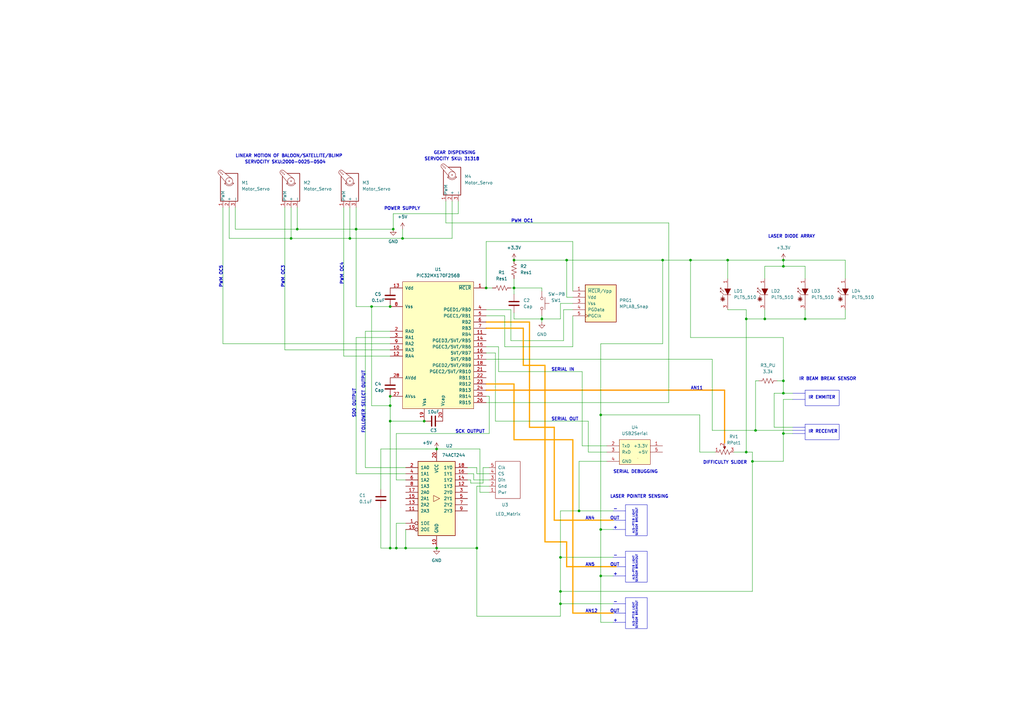
<source format=kicad_sch>
(kicad_sch (version 20230121) (generator eeschema)
  (paper "A3")
  (title_block (title "ME218A PROJECT") (date "2025-11-10") (rev "03") (company "STANFORD") (comment 1 "DRAFTED : KARTHI24"))
  (lib_symbols
    (symbol "Diode_Laser:PLT5_510" (pin_names (offset 1.016) hide)
      (property "Reference" "LD" (at -1.27 4.445 0))
      (property "Value" "PLT5_510" (at -1.27 -2.54 0))
      (symbol "PLT5_510_0_1"
        (polyline (pts (xy -4.064 1.27) (xy -2.54 2.794)))
        (polyline (pts (xy -4.064 1.778) (xy -2.54 2.286)))
        (polyline (pts (xy -4.064 2.286) (xy -2.54 1.778)))
        (polyline (pts (xy -4.064 2.794) (xy -2.54 1.27)))
        (polyline (pts (xy -3.556 2.794) (xy -3.048 1.27)))
        (polyline (pts (xy -3.302 2.032) (xy -3.302 1.016)))
        (polyline (pts (xy -3.302 2.032) (xy -3.302 3.048)))
        (polyline (pts (xy -3.048 2.794) (xy -3.556 1.27)))
        (polyline (pts (xy -1.778 2.032) (xy -4.318 2.032)))
        (polyline (pts (xy -1.524 1.27) (xy -1.524 -1.27)) (stroke (width 0.1524)))
        (polyline (pts (xy 1.27 3.048) (xy 0.762 3.048)))
        (polyline (pts (xy 2.54 0) (xy -5.08 0)))
        (polyline (pts (xy -0.254 1.524) (xy 1.27 3.048) (xy 1.27 2.54)))
        (polyline (pts (xy 1.016 1.27) (xy -1.524 0) (xy 1.016 -1.27)) (fill (type outline)))
        (polyline (pts (xy -1.524 1.524) (xy 0 3.048) (xy 0 2.54) (xy 0 3.048) (xy -0.508 3.048)))
      )
      (symbol "PLT5_510_1_1"
        (pin passive line (at 5.08 0 180) (length 2.54) (name "A") (number "1"))
        (pin no_connect line (at -1.27 0 0) (length 2.54) hide (name "NC") (number "2"))
        (pin passive line (at -7.62 0 0) (length 2.54) (name "C") (number "3"))
      )
    )
    (symbol "ME218_BaseLib:74xxx244" (pin_names (offset 1.016))
      (property "Reference" "U" (at -7.62 16.51 0))
      (property "Value" "74xxx244" (at -7.62 -16.51 0))
      (symbol "74xxx244_1_0"
        (polyline (pts (xy 1.27 0) (xy -1.27 1.27) (xy -1.27 -1.27) (xy 1.27 0)) (stroke (width 0.1524)))
        (pin input inverted (at -12.7 -10.16 0) (length 5.08) (name "1OE") (number "1"))
        (pin power_in line (at 0 -20.32 90) (length 5.08) (name "GND") (number "10"))
        (pin input line (at -12.7 -5.08 0) (length 5.08) (name "2A3") (number "11"))
        (pin output line (at 12.7 5.08 180) (length 5.08) (name "1Y3") (number "12"))
        (pin input line (at -12.7 -2.54 0) (length 5.08) (name "2A2") (number "13"))
        (pin output line (at 12.7 7.62 180) (length 5.08) (name "1Y2") (number "14"))
        (pin input line (at -12.7 0 0) (length 5.08) (name "2A1") (number "15"))
        (pin output line (at 12.7 10.16 180) (length 5.08) (name "1Y1") (number "16"))
        (pin input line (at -12.7 2.54 0) (length 5.08) (name "2A0") (number "17"))
        (pin output line (at 12.7 12.7 180) (length 5.08) (name "1Y0") (number "18"))
        (pin input inverted (at -12.7 -12.7 0) (length 5.08) (name "2OE") (number "19"))
        (pin input line (at -12.7 12.7 0) (length 5.08) (name "1A0") (number "2"))
        (pin power_in line (at 0 20.32 270) (length 5.08) (name "VCC") (number "20"))
        (pin output line (at 12.7 2.54 180) (length 5.08) (name "2Y0") (number "3"))
        (pin input line (at -12.7 10.16 0) (length 5.08) (name "1A1") (number "4"))
        (pin output line (at 12.7 0 180) (length 5.08) (name "2Y1") (number "5"))
        (pin input line (at -12.7 7.62 0) (length 5.08) (name "1A2") (number "6"))
        (pin output line (at 12.7 -2.54 180) (length 5.08) (name "2Y2") (number "7"))
        (pin input line (at -12.7 5.08 0) (length 5.08) (name "1A3") (number "8"))
        (pin output line (at 12.7 -5.08 180) (length 5.08) (name "2Y3") (number "9"))
      )
      (symbol "74xxx244_1_1"
        (rectangle (start -7.62 15.24) (end 7.62 -15.24) (stroke (width 0.254)) (fill (type background)))
      )
    )
    (symbol "ME218_BaseLib:Cap" (pin_numbers hide) (pin_names (offset 0.254))
      (property "Reference" "C" (at 0.635 2.54 0))
      (property "Value" "Cap" (at 0.635 -2.54 0))
      (symbol "Cap_0_1"
        (polyline (pts (xy -2.032 -0.762) (xy 2.032 -0.762)) (stroke (width 0.508)))
        (polyline (pts (xy -2.032 0.762) (xy 2.032 0.762)) (stroke (width 0.508)))
      )
      (symbol "Cap_1_1"
        (pin passive line (at 0 3.81 270) (length 2.794) (name "~") (number "1"))
        (pin passive line (at 0 -3.81 90) (length 2.794) (name "~") (number "2"))
      )
    )
    (symbol "ME218_BaseLib:LED_Matrix" (pin_names (offset 1.016))
      (property "Reference" "U" (at 1.27 17.78 0))
      (property "Value" "LED_Matrix" (at 5.08 0 0))
      (symbol "LED_Matrix_0_1"
        (rectangle (start 0 16.51) (end 10.16 1.27))
      )
      (symbol "LED_Matrix_1_1"
        (pin power_in line (at 12.7 13.97 180) (length 2.54) (name "Pwr") (number "1"))
        (pin power_in line (at 12.7 11.43 180) (length 2.54) (name "Gnd") (number "2"))
        (pin input line (at 12.7 8.89 180) (length 2.54) (name "Din") (number "3"))
        (pin input line (at 12.7 6.35 180) (length 2.54) (name "CS") (number "4"))
        (pin input line (at 12.7 3.81 180) (length 2.54) (name "Clk") (number "5"))
      )
    )
    (symbol "ME218_BaseLib:MPLAB_Snap" (pin_names (offset 1.016))
      (property "Reference" "PRG" (at 0 8.89 0))
      (property "Value" "MPLAB_Snap" (at 8.89 1.27 90))
      (symbol "MPLAB_Snap_0_1"
        (rectangle (start -6.35 7.62) (end 6.35 -7.62) (stroke (width 0.254)) (fill (type background)))
      )
      (symbol "MPLAB_Snap_1_1"
        (pin output line (at -11.43 5.08 0) (length 5.08) (name "~{MCLR}/Vpp") (number "1"))
        (pin input line (at -11.43 2.54 0) (length 5.08) (name "Vdd") (number "2"))
        (pin input line (at -11.43 0 0) (length 5.08) (name "Vss") (number "3"))
        (pin bidirectional line (at -11.43 -2.54 0) (length 5.08) (name "PGData") (number "4"))
        (pin output clock (at -11.43 -5.08 0) (length 5.08) (name "PGClk") (number "5"))
        (pin no_connect line (at -2.54 -11.43 0) (length 5.08) hide (name "NC") (number "6"))
        (pin no_connect line (at -2.54 -13.97 0) (length 5.08) hide (name "NC") (number "7"))
        (pin no_connect line (at -2.54 -16.51 0) (length 5.08) hide (name "NC") (number "8"))
      )
    )
    (symbol "ME218_BaseLib:Motor_Servo" (pin_names (offset 0.0254))
      (property "Reference" "M" (at -5.08 4.445 0))
      (property "Value" "Motor_Servo" (at -5.08 -4.064 0))
      (symbol "Motor_Servo_0_1"
        (polyline (pts (xy 2.413 -1.778) (xy 2.032 -1.778)))
        (polyline (pts (xy 2.413 -1.778) (xy 2.286 -1.397)))
        (polyline (pts (xy 2.413 1.778) (xy 1.905 1.778)))
        (polyline (pts (xy 2.413 1.778) (xy 2.286 1.397)))
        (polyline (pts (xy 6.35 4.445) (xy 2.54 1.27)))
        (polyline (pts (xy 7.62 3.175) (xy 4.191 -1.016)))
        (polyline (pts (xy 5.08 3.556) (xy -5.08 3.556) (xy -5.08 -3.556) (xy 6.35 -3.556) (xy 6.35 1.524)) (stroke (width 0.254)))
        (arc (start 2.413 1.778) (mid 1.2406 0) (end 2.413 -1.778))
        (circle (center 3.175 0) (radius 0.1778))
        (circle (center 3.175 0) (radius 1.4224))
        (circle (center 5.969 2.794) (radius 0.127))
        (circle (center 6.477 3.302) (radius 0.127))
        (circle (center 6.985 3.81) (radius 0.127))
        (arc (start 7.62 3.175) (mid 7.4485 4.2735) (end 6.35 4.445))
      )
      (symbol "Motor_Servo_1_1"
        (pin passive line (at -7.62 2.54 0) (length 2.54) (name "PWM") (number "1"))
        (pin passive line (at -7.62 0 0) (length 2.54) (name "+") (number "2"))
        (pin passive line (at -7.62 -2.54 0) (length 2.54) (name "-") (number "3"))
      )
    )
    (symbol "ME218_BaseLib:PIC32MX170F256B" (pin_names (offset 1.016))
      (property "Reference" "U" (at -20.32 25.4 0))
      (property "Value" "PIC32MX170F256B" (at -7.62 25.4 0))
      (symbol "PIC32MX170F256B_0_1"
        (rectangle (start -21.59 24.13) (end 7.62 -27.94) (fill (type background)))
      )
      (symbol "PIC32MX170F256B_1_1"
        (pin input line (at 12.7 21.59 180) (length 5.08) (name "~{MCLR}") (number "1"))
        (pin bidirectional line (at -26.67 -3.81 0) (length 5.08) (name "RA3") (number "10"))
        (pin bidirectional line (at 12.7 2.54 180) (length 5.08) (name "RB4") (number "11"))
        (pin bidirectional line (at -26.67 -6.35 0) (length 5.08) (name "RA4") (number "12"))
        (pin power_in line (at -26.67 21.59 0) (length 5.08) (name "Vdd") (number "13"))
        (pin bidirectional line (at 12.7 0 180) (length 5.08) (name "PGED3/5VT/RB5") (number "14"))
        (pin bidirectional line (at 12.7 -2.54 180) (length 5.08) (name "PGEC3/5VT/RB6") (number "15"))
        (pin bidirectional line (at 12.7 -5.08 180) (length 5.08) (name "5VT/RB7") (number "16"))
        (pin bidirectional line (at 12.7 -7.62 180) (length 5.08) (name "5VT/RB8") (number "17"))
        (pin bidirectional line (at 12.7 -10.16 180) (length 5.08) (name "PGED2/5VT/RB9") (number "18"))
        (pin power_in line (at -12.7 -33.02 90) (length 5.08) (name "Vss") (number "19"))
        (pin bidirectional line (at -26.67 3.81 0) (length 5.08) (name "RA0") (number "2"))
        (pin input line (at -5.08 -33.02 90) (length 5.08) (name "Vcap") (number "20"))
        (pin bidirectional line (at 12.7 -12.7 180) (length 5.08) (name "PGEC2/5VT/RB10") (number "21"))
        (pin bidirectional line (at 12.7 -15.24 180) (length 5.08) (name "RB11") (number "22"))
        (pin bidirectional line (at 12.7 -17.78 180) (length 5.08) (name "RB12") (number "23"))
        (pin bidirectional line (at 12.7 -20.32 180) (length 5.08) (name "RB13") (number "24"))
        (pin bidirectional line (at 12.7 -22.86 180) (length 5.08) (name "RB14") (number "25"))
        (pin bidirectional line (at 12.7 -25.4 180) (length 5.08) (name "RB15") (number "26"))
        (pin power_in line (at -26.67 -22.86 0) (length 5.08) (name "AVss") (number "27"))
        (pin power_in line (at -26.67 -15.24 0) (length 5.08) (name "AVdd") (number "28"))
        (pin bidirectional line (at -26.67 1.27 0) (length 5.08) (name "RA1") (number "3"))
        (pin bidirectional line (at 12.7 12.7 180) (length 5.08) (name "PGED1/RB0") (number "4"))
        (pin bidirectional line (at 12.7 10.16 180) (length 5.08) (name "PGEC1/RB1") (number "5"))
        (pin bidirectional line (at 12.7 7.62 180) (length 5.08) (name "RB2") (number "6"))
        (pin bidirectional line (at 12.7 5.08 180) (length 5.08) (name "RB3") (number "7"))
        (pin power_in line (at -26.67 13.97 0) (length 5.08) (name "Vss") (number "8"))
        (pin bidirectional line (at -26.67 -1.27 0) (length 5.08) (name "RA2") (number "9"))
      )
    )
    (symbol "ME218_BaseLib:RPot1" (pin_names (offset 1.016) hide)
      (property "Reference" "RV" (at -4.445 0 90))
      (property "Value" "RPot1" (at -2.54 0 90))
      (symbol "RPot1_0_1"
        (polyline (pts (xy 0 -2.286) (xy 0 -2.54)))
        (polyline (pts (xy 0 2.54) (xy 0 2.286)))
        (polyline (pts (xy 2.54 0) (xy 1.524 0)))
        (polyline (pts (xy 1.143 0) (xy 2.286 0.508) (xy 2.286 -0.508) (xy 1.143 0)) (fill (type outline)))
        (polyline (pts (xy 0 -0.762) (xy 1.016 -1.143) (xy 0 -1.524) (xy -1.016 -1.905) (xy 0 -2.286)))
        (polyline (pts (xy 0 0.762) (xy 1.016 0.381) (xy 0 0) (xy -1.016 -0.381) (xy 0 -0.762)))
        (polyline (pts (xy 0 2.286) (xy 1.016 1.905) (xy 0 1.524) (xy -1.016 1.143) (xy 0 0.762)))
      )
      (symbol "RPot1_1_1"
        (pin passive line (at 0 3.81 270) (length 1.27) (name "1") (number "1"))
        (pin passive line (at 3.81 0 180) (length 1.27) (name "2") (number "2"))
        (pin passive line (at 0 -3.81 90) (length 1.27) (name "3") (number "3"))
      )
    )
    (symbol "ME218_BaseLib:Res1" (pin_numbers hide) (pin_names (offset 0))
      (property "Reference" "R" (at 2.54 0 90))
      (property "Value" "Res1" (at -2.54 0 90))
      (symbol "Res1_0_1"
        (polyline (pts (xy 0 -2.286) (xy 0 -2.54)))
        (polyline (pts (xy 0 2.286) (xy 0 2.54)))
        (polyline (pts (xy 0 -0.762) (xy 1.016 -1.143) (xy 0 -1.524) (xy -1.016 -1.905) (xy 0 -2.286)))
        (polyline (pts (xy 0 0.762) (xy 1.016 0.381) (xy 0 0) (xy -1.016 -0.381) (xy 0 -0.762)))
        (polyline (pts (xy 0 2.286) (xy 1.016 1.905) (xy 0 1.524) (xy -1.016 1.143) (xy 0 0.762)))
      )
      (symbol "Res1_1_1"
        (pin passive line (at 0 3.81 270) (length 1.27) (name "~") (number "1"))
        (pin passive line (at 0 -3.81 90) (length 1.27) (name "~") (number "2"))
      )
    )
    (symbol "ME218_BaseLib:SW-PB" (pin_numbers hide) (pin_names (offset 1.016) hide)
      (property "Reference" "SW" (at 1.27 2.54 0))
      (property "Value" "SW-PB" (at 0 -1.524 0))
      (symbol "SW-PB_0_1"
        (circle (center -2.032 0) (radius 0.508))
        (polyline (pts (xy 0 1.27) (xy 0 3.048)))
        (polyline (pts (xy 2.54 1.27) (xy -2.54 1.27)))
        (circle (center 2.032 0) (radius 0.508))
        (pin passive line (at -5.08 0 0) (length 2.54) (name "1") (number "1"))
        (pin passive line (at 5.08 0 180) (length 2.54) (name "2") (number "2"))
      )
    )
    (symbol "ME218_BaseLib:USB2Serial" (pin_names (offset 1.016))
      (property "Reference" "U" (at 0 5.08 0))
      (property "Value" "USB2Serial" (at 0 -8.89 0))
      (symbol "USB2Serial_0_1"
        (rectangle (start -3.81 2.54) (end 8.89 -7.62) (fill (type background)))
        (rectangle (start 3.81 -5.08) (end 3.81 -5.08))
      )
      (symbol "USB2Serial_1_1"
        (pin power_out line (at 13.97 0 180) (length 5.08) (name "+3.3V") (number "1"))
        (pin output line (at -8.89 0 0) (length 5.08) (name "TxD") (number "2"))
        (pin input line (at -8.89 -2.54 0) (length 5.08) (name "RxD") (number "3"))
        (pin power_in line (at -8.89 -6.35 0) (length 5.08) (name "GND") (number "4"))
        (pin power_out line (at 13.97 -2.54 180) (length 5.08) (name "+5V") (number "5"))
      )
    )
    (symbol "power:+3.3V" (power) (pin_names (offset 0))
      (property "Value" "+3.3V" (at 0 3.556 0))
      (symbol "+3.3V_0_1"
        (polyline (pts (xy -0.762 1.27) (xy 0 2.54)))
        (polyline (pts (xy 0 0) (xy 0 2.54)))
        (polyline (pts (xy 0 2.54) (xy 0.762 1.27)))
      )
      (symbol "+3.3V_1_1"
        (pin power_in line (at 0 0 90) (length 0) hide (name "+3.3V") (number "1"))
      )
    )
    (symbol "power:+5V" (power) (pin_names (offset 0))
      (property "Value" "+5V" (at 0 3.556 0))
      (symbol "+5V_0_1"
        (polyline (pts (xy -0.762 1.27) (xy 0 2.54)))
        (polyline (pts (xy 0 0) (xy 0 2.54)))
        (polyline (pts (xy 0 2.54) (xy 0.762 1.27)))
      )
      (symbol "+5V_1_1"
        (pin power_in line (at 0 0 90) (length 0) hide (name "+5V") (number "1"))
      )
    )
    (symbol "power:GND" (power) (pin_names (offset 0))
      (property "Value" "GND" (at 0 -3.81 0))
      (symbol "GND_0_1"
        (polyline (pts (xy 0 0) (xy 0 -1.27) (xy 1.27 -1.27) (xy 0 -2.54) (xy -1.27 -1.27) (xy 0 -1.27)))
      )
      (symbol "GND_1_1"
        (pin power_in line (at 0 0 270) (length 0) hide (name "GND") (number "1"))
      )
    )
  )
  (junction (at 246.38 170.18))
  (junction (at 321.31 156.21))
  (junction (at 195.58 224.79))
  (junction (at 160.02 166.37))
  (junction (at 246.38 236.22))
  (junction (at 143.51 97.79))
  (junction (at 229.87 228.6))
  (junction (at 283.21 106.68))
  (junction (at 161.29 93.98))
  (junction (at 166.37 224.79))
  (junction (at 321.31 161.29))
  (junction (at 321.31 109.22))
  (junction (at 119.38 97.79))
  (junction (at 165.1 97.79))
  (junction (at 179.07 224.79))
  (junction (at 232.41 106.68))
  (junction (at 271.78 106.68))
  (junction (at 330.2 130.81))
  (junction (at 160.02 125.73))
  (junction (at 146.05 93.98))
  (junction (at 160.02 172.72))
  (junction (at 229.87 242.57))
  (junction (at 152.4 125.73))
  (junction (at 306.07 130.81))
  (junction (at 210.82 106.68))
  (junction (at 313.69 130.81))
  (junction (at 306.07 185.42))
  (junction (at 199.39 118.11))
  (junction (at 222.25 130.81))
  (junction (at 309.88 176.53))
  (junction (at 229.87 247.65))
  (junction (at 237.49 209.55))
  (junction (at 173.99 172.72))
  (junction (at 308.61 189.23))
  (junction (at 121.92 93.98))
  (junction (at 160.02 162.56))
  (junction (at 160.02 224.79))
  (junction (at 246.38 217.17))
  (junction (at 298.45 106.68))
  (junction (at 210.82 118.11))
  (junction (at 179.07 184.15))
  (junction (at 162.56 224.79))
  (junction (at 321.31 106.68))
  (junction (at 321.31 177.8))
  (wire (pts (xy 152.4 166.37) (xy 160.02 166.37)))
  (wire (pts (xy 308.61 185.42) (xy 308.61 189.23)))
  (polyline (pts (xy 251.46 232.41) (xy 252.73 232.41)))
  (wire (pts (xy 231.14 127) (xy 231.14 139.7)))
  (wire (pts (xy 160.02 166.37) (xy 160.02 172.72)))
  (wire (pts (xy 274.32 91.44) (xy 182.88 91.44)))
  (wire (pts (xy 199.39 99.06) (xy 199.39 118.11)))
  (polyline (pts (xy 325.12 161.29) (xy 330.2 161.29)))
  (wire (pts (xy 321.31 106.68) (xy 346.71 106.68)))
  (wire (pts (xy 160.02 135.89) (xy 149.86 135.89)))
  (wire (pts (xy 298.45 106.68) (xy 298.45 114.3)))
  (wire (pts (xy 116.84 143.51) (xy 116.84 85.09)))
  (wire (pts (xy 162.56 196.85) (xy 166.37 196.85)))
  (wire (pts (xy 287.02 170.18) (xy 246.38 170.18)))
  (polyline (pts (xy 251.46 213.36) (xy 252.73 213.36)))
  (wire (pts (xy 182.88 91.44) (xy 182.88 82.55)))
  (wire (pts (xy 238.76 182.88) (xy 238.76 152.4)))
  (wire (pts (xy 96.52 93.98) (xy 96.52 85.09)))
  (wire (pts (xy 193.04 198.12) (xy 198.12 198.12)))
  (wire (pts (xy 162.56 177.8) (xy 162.56 196.85)))
  (wire (pts (xy 246.38 255.27) (xy 251.46 255.27)))
  (wire (pts (xy 325.12 176.53) (xy 309.88 176.53)))
  (wire (pts (xy 193.04 196.85) (xy 191.77 196.85)))
  (wire (pts (xy 321.31 138.43) (xy 283.21 138.43)))
  (wire (pts (xy 194.31 196.85) (xy 194.31 194.31)))
  (wire (pts (xy 229.87 247.65) (xy 251.46 247.65)))
  (wire (pts (xy 287.02 185.42) (xy 287.02 170.18)))
  (wire (pts (xy 321.31 109.22) (xy 321.31 106.68)))
  (wire (pts (xy 297.18 181.61) (xy 297.18 160.02)) (stroke (width 0.5) (color 255 153 0 1)))
  (wire (pts (xy 195.58 199.39) (xy 195.58 224.79)))
  (wire (pts (xy 292.1 176.53) (xy 292.1 147.32)))
  (wire (pts (xy 251.46 213.36) (xy 227.33 213.36)) (stroke (width 0.5) (color 255 166 0 1)))
  (wire (pts (xy 160.02 143.51) (xy 116.84 143.51)))
  (wire (pts (xy 200.66 196.85) (xy 194.31 196.85)))
  (wire (pts (xy 229.87 228.6) (xy 251.46 228.6)))
  (wire (pts (xy 306.07 130.81) (xy 306.07 127)))
  (wire (pts (xy 203.2 172.72) (xy 203.2 144.78)))
  (wire (pts (xy 214.63 149.86) (xy 223.52 149.86)) (stroke (width 0.5) (color 255 166 0 1)))
  (wire (pts (xy 203.2 144.78) (xy 199.39 144.78)))
  (wire (pts (xy 229.87 130.81) (xy 222.25 130.81)))
  (wire (pts (xy 160.02 172.72) (xy 173.99 172.72)))
  (wire (pts (xy 121.92 93.98) (xy 96.52 93.98)))
  (wire (pts (xy 160.02 172.72) (xy 160.02 224.79)))
  (wire (pts (xy 199.39 129.54) (xy 207.01 129.54)))
  (wire (pts (xy 234.95 127) (xy 231.14 127)))
  (wire (pts (xy 238.76 152.4) (xy 204.47 152.4)))
  (wire (pts (xy 185.42 82.55) (xy 185.42 97.79)))
  (wire (pts (xy 195.58 252.73) (xy 195.58 224.79)))
  (wire (pts (xy 251.46 251.46) (xy 234.95 251.46)) (stroke (width 0.5) (color 255 166 0 1)))
  (wire (pts (xy 161.29 87.63) (xy 187.96 87.63)))
  (wire (pts (xy 162.56 224.79) (xy 166.37 224.79)))
  (wire (pts (xy 149.86 191.77) (xy 166.37 191.77)))
  (wire (pts (xy 210.82 106.68) (xy 232.41 106.68)))
  (wire (pts (xy 166.37 224.79) (xy 179.07 224.79)))
  (wire (pts (xy 241.3 172.72) (xy 241.3 185.42)))
  (wire (pts (xy 229.87 228.6) (xy 229.87 242.57)))
  (wire (pts (xy 210.82 114.3) (xy 210.82 118.11)))
  (wire (pts (xy 146.05 125.73) (xy 152.4 125.73)))
  (wire (pts (xy 222.25 130.81) (xy 222.25 132.08)))
  (polyline (pts (xy 325.12 175.26) (xy 330.2 175.26)))
  (wire (pts (xy 207.01 142.24) (xy 234.95 142.24)))
  (wire (pts (xy 251.46 236.22) (xy 246.38 236.22)))
  (wire (pts (xy 209.55 127) (xy 199.39 127)))
  (wire (pts (xy 227.33 213.36) (xy 227.33 175.26)) (stroke (width 0.5) (color 255 166 0 1)))
  (wire (pts (xy 229.87 124.46) (xy 229.87 130.81)))
  (wire (pts (xy 223.52 149.86) (xy 223.52 222.25)) (stroke (width 0.5) (color 255 166 0 1)))
  (wire (pts (xy 313.69 130.81) (xy 313.69 127)))
  (wire (pts (xy 271.78 106.68) (xy 232.41 106.68)))
  (wire (pts (xy 217.17 132.08) (xy 199.39 132.08)) (stroke (width 0.5) (color 255 166 0 1)))
  (wire (pts (xy 166.37 217.17) (xy 166.37 224.79)))
  (wire (pts (xy 91.44 140.97) (xy 160.02 140.97)))
  (wire (pts (xy 229.87 209.55) (xy 229.87 228.6)))
  (wire (pts (xy 251.46 209.55) (xy 237.49 209.55)))
  (wire (pts (xy 317.5 161.29) (xy 317.5 175.26)))
  (polyline (pts (xy 251.46 228.6) (xy 256.54 228.6)))
  (wire (pts (xy 210.82 130.81) (xy 222.25 130.81)))
  (polyline (pts (xy 325.12 176.53) (xy 330.2 176.53)))
  (wire (pts (xy 146.05 93.98) (xy 146.05 125.73)))
  (wire (pts (xy 119.38 85.09) (xy 119.38 97.79)))
  (wire (pts (xy 234.95 99.06) (xy 199.39 99.06)))
  (wire (pts (xy 306.07 185.42) (xy 306.07 130.81)))
  (wire (pts (xy 152.4 125.73) (xy 152.4 166.37)))
  (wire (pts (xy 234.95 251.46) (xy 234.95 180.34)) (stroke (width 0.5) (color 255 166 0 1)))
  (wire (pts (xy 248.92 182.88) (xy 238.76 182.88)))
  (wire (pts (xy 321.31 189.23) (xy 308.61 189.23)))
  (wire (pts (xy 210.82 118.11) (xy 222.25 118.11)))
  (wire (pts (xy 199.39 134.62) (xy 214.63 134.62)) (stroke (width 0.5) (color 255 166 0 1)))
  (wire (pts (xy 146.05 93.98) (xy 161.29 93.98)))
  (wire (pts (xy 317.5 175.26) (xy 325.12 175.26)))
  (wire (pts (xy 227.33 175.26) (xy 217.17 175.26)) (stroke (width 0.5) (color 255 166 0 1)))
  (wire (pts (xy 300.99 185.42) (xy 306.07 185.42)))
  (wire (pts (xy 237.49 209.55) (xy 229.87 209.55)))
  (wire (pts (xy 200.66 201.93) (xy 196.85 201.93)))
  (wire (pts (xy 156.21 224.79) (xy 160.02 224.79)))
  (wire (pts (xy 210.82 118.11) (xy 210.82 120.65)))
  (wire (pts (xy 283.21 106.68) (xy 298.45 106.68)))
  (wire (pts (xy 146.05 194.31) (xy 166.37 194.31)))
  (wire (pts (xy 318.77 156.21) (xy 321.31 156.21)))
  (polyline (pts (xy 252.73 232.41) (xy 256.54 232.41)))
  (wire (pts (xy 199.39 157.48) (xy 210.82 157.48)) (stroke (width 0.5) (color 255 166 0 1)))
  (wire (pts (xy 140.97 146.05) (xy 160.02 146.05)))
  (wire (pts (xy 204.47 152.4) (xy 204.47 142.24)))
  (wire (pts (xy 93.98 97.79) (xy 93.98 85.09)))
  (wire (pts (xy 156.21 184.15) (xy 156.21 200.66)))
  (wire (pts (xy 160.02 138.43) (xy 146.05 138.43)))
  (wire (pts (xy 251.46 217.17) (xy 246.38 217.17)))
  (wire (pts (xy 229.87 242.57) (xy 229.87 247.65)))
  (wire (pts (xy 234.95 119.38) (xy 234.95 99.06)))
  (wire (pts (xy 156.21 208.28) (xy 156.21 224.79)))
  (wire (pts (xy 143.51 97.79) (xy 119.38 97.79)))
  (wire (pts (xy 321.31 161.29) (xy 325.12 161.29)))
  (wire (pts (xy 191.77 191.77) (xy 195.58 191.77)))
  (wire (pts (xy 210.82 128.27) (xy 210.82 130.81)))
  (wire (pts (xy 241.3 172.72) (xy 203.2 172.72)))
  (wire (pts (xy 321.31 161.29) (xy 317.5 161.29)))
  (wire (pts (xy 330.2 130.81) (xy 330.2 127)))
  (wire (pts (xy 200.66 191.77) (xy 198.12 191.77)))
  (wire (pts (xy 271.78 140.97) (xy 271.78 106.68)))
  (polyline (pts (xy 251.46 251.46) (xy 252.73 251.46)))
  (wire (pts (xy 146.05 93.98) (xy 146.05 85.09)))
  (wire (pts (xy 241.3 185.42) (xy 248.92 185.42)))
  (wire (pts (xy 321.31 163.83) (xy 321.31 177.8)))
  (wire (pts (xy 306.07 185.42) (xy 308.61 185.42)))
  (wire (pts (xy 274.32 165.1) (xy 199.39 165.1)))
  (wire (pts (xy 162.56 214.63) (xy 162.56 224.79)))
  (wire (pts (xy 166.37 214.63) (xy 162.56 214.63)))
  (wire (pts (xy 179.07 184.15) (xy 156.21 184.15)))
  (wire (pts (xy 140.97 85.09) (xy 140.97 146.05)))
  (wire (pts (xy 91.44 85.09) (xy 91.44 140.97)))
  (polyline (pts (xy 251.46 217.17) (xy 256.54 217.17)))
  (wire (pts (xy 292.1 147.32) (xy 199.39 147.32)))
  (wire (pts (xy 346.71 130.81) (xy 346.71 127)))
  (wire (pts (xy 309.88 156.21) (xy 311.15 156.21)))
  (wire (pts (xy 234.95 142.24) (xy 234.95 129.54)))
  (wire (pts (xy 330.2 114.3) (xy 330.2 109.22)))
  (wire (pts (xy 309.88 176.53) (xy 292.1 176.53)))
  (wire (pts (xy 330.2 130.81) (xy 346.71 130.81)))
  (polyline (pts (xy 251.46 255.27) (xy 256.54 255.27)))
  (wire (pts (xy 146.05 138.43) (xy 146.05 194.31)))
  (wire (pts (xy 195.58 191.77) (xy 195.58 194.31)))
  (polyline (pts (xy 325.12 177.8) (xy 330.2 177.8)))
  (polyline (pts (xy 251.46 236.22) (xy 256.54 236.22)))
  (wire (pts (xy 200.66 177.8) (xy 162.56 177.8)))
  (wire (pts (xy 149.86 135.89) (xy 149.86 191.77)))
  (wire (pts (xy 325.12 163.83) (xy 321.31 163.83)))
  (wire (pts (xy 231.14 139.7) (xy 209.55 139.7)))
  (wire (pts (xy 195.58 224.79) (xy 179.07 224.79)))
  (wire (pts (xy 161.29 87.63) (xy 161.29 93.98)))
  (wire (pts (xy 214.63 134.62) (xy 214.63 149.86)) (stroke (width 0.5) (color 255 166 0 1)))
  (wire (pts (xy 179.07 184.15) (xy 196.85 184.15)))
  (wire (pts (xy 200.66 162.56) (xy 200.66 177.8)))
  (wire (pts (xy 160.02 162.56) (xy 160.02 166.37)))
  (wire (pts (xy 313.69 109.22) (xy 321.31 109.22)))
  (wire (pts (xy 246.38 170.18) (xy 246.38 140.97)))
  (wire (pts (xy 222.25 118.11) (xy 222.25 119.38)))
  (wire (pts (xy 121.92 93.98) (xy 121.92 85.09)))
  (wire (pts (xy 246.38 236.22) (xy 246.38 255.27)))
  (wire (pts (xy 209.55 139.7) (xy 209.55 127)))
  (wire (pts (xy 204.47 142.24) (xy 199.39 142.24)))
  (wire (pts (xy 198.12 191.77) (xy 198.12 198.12)))
  (wire (pts (xy 222.25 129.54) (xy 222.25 130.81)))
  (wire (pts (xy 193.04 198.12) (xy 193.04 196.85)))
  (wire (pts (xy 306.07 130.81) (xy 313.69 130.81)))
  (wire (pts (xy 271.78 106.68) (xy 283.21 106.68)))
  (wire (pts (xy 313.69 130.81) (xy 330.2 130.81)))
  (wire (pts (xy 119.38 97.79) (xy 93.98 97.79)))
  (wire (pts (xy 223.52 222.25) (xy 232.41 222.25)) (stroke (width 0.5) (color 255 166 0 1)))
  (wire (pts (xy 152.4 125.73) (xy 160.02 125.73)))
  (wire (pts (xy 232.41 222.25) (xy 232.41 232.41)) (stroke (width 0.5) (color 255 166 0 1)))
  (wire (pts (xy 143.51 97.79) (xy 165.1 97.79)))
  (wire (pts (xy 246.38 170.18) (xy 246.38 217.17)))
  (wire (pts (xy 143.51 85.09) (xy 143.51 97.79)))
  (wire (pts (xy 229.87 247.65) (xy 229.87 252.73)))
  (wire (pts (xy 234.95 180.34) (xy 210.82 180.34)) (stroke (width 0.5) (color 255 166 0 1)))
  (wire (pts (xy 185.42 97.79) (xy 165.1 97.79)))
  (wire (pts (xy 321.31 106.68) (xy 298.45 106.68)))
  (wire (pts (xy 232.41 106.68) (xy 232.41 121.92)))
  (wire (pts (xy 146.05 93.98) (xy 121.92 93.98)))
  (wire (pts (xy 207.01 129.54) (xy 207.01 142.24)))
  (wire (pts (xy 210.82 118.11) (xy 209.55 118.11)))
  (wire (pts (xy 199.39 118.11) (xy 201.93 118.11)))
  (wire (pts (xy 248.92 189.23) (xy 237.49 189.23)))
  (wire (pts (xy 234.95 124.46) (xy 229.87 124.46)))
  (wire (pts (xy 309.88 176.53) (xy 309.88 156.21)))
  (polyline (pts (xy 252.73 251.46) (xy 256.54 251.46)))
  (wire (pts (xy 237.49 189.23) (xy 237.49 209.55)))
  (wire (pts (xy 160.02 224.79) (xy 162.56 224.79)))
  (polyline (pts (xy 325.12 163.83) (xy 330.2 163.83)))
  (wire (pts (xy 196.85 201.93) (xy 196.85 184.15)))
  (wire (pts (xy 187.96 82.55) (xy 187.96 87.63)))
  (wire (pts (xy 232.41 232.41) (xy 252.73 232.41)) (stroke (width 0.5) (color 255 166 0 1)))
  (wire (pts (xy 306.07 127) (xy 298.45 127)))
  (wire (pts (xy 195.58 194.31) (xy 200.66 194.31)))
  (wire (pts (xy 308.61 242.57) (xy 229.87 242.57)))
  (wire (pts (xy 217.17 175.26) (xy 217.17 132.08)) (stroke (width 0.5) (color 255 166 0 1)))
  (polyline (pts (xy 251.46 209.55) (xy 256.54 209.55)))
  (wire (pts (xy 229.87 252.73) (xy 195.58 252.73)))
  (wire (pts (xy 283.21 138.43) (xy 283.21 106.68)))
  (wire (pts (xy 293.37 185.42) (xy 287.02 185.42)))
  (wire (pts (xy 274.32 91.44) (xy 274.32 165.1)))
  (wire (pts (xy 246.38 140.97) (xy 271.78 140.97)))
  (wire (pts (xy 199.39 162.56) (xy 200.66 162.56)))
  (wire (pts (xy 308.61 189.23) (xy 308.61 242.57)))
  (wire (pts (xy 330.2 109.22) (xy 321.31 109.22)))
  (wire (pts (xy 210.82 180.34) (xy 210.82 157.48)) (stroke (width 0.5) (color 255 166 0 1)))
  (wire (pts (xy 200.66 199.39) (xy 195.58 199.39)))
  (wire (pts (xy 346.71 106.68) (xy 346.71 114.3)))
  (wire (pts (xy 321.31 177.8) (xy 321.31 189.23)))
  (wire (pts (xy 321.31 177.8) (xy 325.12 177.8)))
  (wire (pts (xy 232.41 121.92) (xy 234.95 121.92)))
  (wire (pts (xy 191.77 194.31) (xy 194.31 194.31)))
  (wire (pts (xy 313.69 114.3) (xy 313.69 109.22)))
  (wire (pts (xy 321.31 156.21) (xy 321.31 161.29)))
  (wire (pts (xy 165.1 93.98) (xy 165.1 97.79)))
  (polyline (pts (xy 251.46 247.65) (xy 256.54 247.65)))
  (polyline (pts (xy 252.73 213.36) (xy 256.54 213.36)))
  (wire (pts (xy 321.31 138.43) (xy 321.31 156.21)))
  (wire (pts (xy 199.39 160.02) (xy 297.18 160.02)) (stroke (width 0.5) (color 255 153 0 1)))
  (wire (pts (xy 246.38 217.17) (xy 246.38 236.22)))
  (rectangle (start 330.2 173.99) (end 344.17 180.34))
  (rectangle (start 256.54 245.11) (end 265.43 257.81))
  (rectangle (start 256.54 226.06) (end 265.43 238.76))
  (rectangle (start 256.54 207.01) (end 265.43 219.71))
  (rectangle (start 330.2 160.02) (end 344.17 166.37))
  (text "ALS-PT19 LIGHT \nSENSOR BREAKOUT" (at 261.62 227.33 90) (effects (font (size 0.8 0.8) bold) (justify right bottom)))
  (text "AN12" (at 240.03 251.46 0) (effects (font (size 1.27 1.27) bold) (justify left bottom)))
  (text "LINEAR MOTION OF BALOON/SATELLITE/BLIMP" (at 96.52 64.77 0) (effects (font (size 1.27 1.27) (thickness 0.254) bold) (justify left bottom)))
  (text "PWM OC3" (at 116.84 118.11 90) (effects (font (size 1.27 1.27) bold) (justify left bottom)))
  (text "+" (at 251.46 255.27 0) (effects (font (size 1.27 1.27) bold) (justify left bottom)))
  (text "DIFFICULTY SLIDER" (at 288.29 190.5 0) (effects (font (size 1.27 1.27) bold) (justify left bottom)))
  (text "PWM OC5" (at 91.44 118.11 90) (effects (font (size 1.27 1.27) bold) (justify left bottom)))
  (text "SERIAL IN" (at 226.06 152.4 0) (effects (font (size 1.27 1.27) (thickness 0.254) bold) (justify left bottom)))
  (text "ALS-PT19 LIGHT \nSENSOR BREAKOUT" (at 261.62 246.38 90) (effects (font (size 0.8 0.8) bold) (justify right bottom)))
  (text "OUT" (at 250.19 251.46 0) (effects (font (size 1.27 1.27) bold) (justify left bottom)))
  (text "PWM OC4" (at 140.97 116.84 90) (effects (font (size 1.27 1.27) bold) (justify left bottom)))
  (text "IR EMMITER" (at 331.47 163.83 0) (effects (font (size 1.27 1.27) bold) (justify left bottom)))
  (text "PWM OC1" (at 209.55 91.44 0) (effects (font (size 1.27 1.27) bold) (justify left bottom)))
  (text "-" (at 251.46 209.55 0) (effects (font (size 1.27 1.27) bold) (justify left bottom)))
  (text "LASER DIODE ARRAY" (at 314.96 97.79 0) (effects (font (size 1.27 1.27) bold) (justify left bottom)))
  (text "FOLLOWER SELECT OUTPUT" (at 149.86 177.8 90) (effects (font (size 1.27 1.27) bold) (justify left bottom)))
  (text "OUT" (at 250.19 213.36 0) (effects (font (size 1.27 1.27) bold) (justify left bottom)))
  (text "SERIAL OUT" (at 226.06 172.72 0) (effects (font (size 1.27 1.27) (thickness 0.254) bold) (justify left bottom)))
  (text "AN5" (at 240.03 232.41 0) (effects (font (size 1.27 1.27) bold) (justify left bottom)))
  (text "OUT" (at 250.19 232.41 0) (effects (font (size 1.27 1.27) bold) (justify left bottom)))
  (text "+" (at 251.46 236.22 0) (effects (font (size 1.27 1.27) bold) (justify left bottom)))
  (text "+" (at 251.46 217.17 0) (effects (font (size 1.27 1.27) bold) (justify left bottom)))
  (text "-" (at 251.46 228.6 0) (effects (font (size 1.27 1.27) bold) (justify left bottom)))
  (text "SERVOCITY SKU:2000-0025-0504" (at 100.33 67.31 0) (effects (font (size 1.27 1.27) bold) (justify left bottom)))
  (text "POWER SUPPLY" (at 157.48 86.36 0) (effects (font (size 1.27 1.27) bold) (justify left bottom)))
  (text "AN4" (at 240.03 213.36 0) (effects (font (size 1.27 1.27) bold) (justify left bottom)))
  (text "IR RECEIVER" (at 331.47 177.8 0) (effects (font (size 1.27 1.27) bold) (justify left bottom)))
  (text "LASER POINTER SENSING" (at 250.19 204.47 0) (effects (font (size 1.27 1.27) bold) (justify left bottom)))
  (text "-" (at 251.46 247.65 0) (effects (font (size 1.27 1.27) bold) (justify left bottom)))
  (text "AN11" (at 283.21 160.02 0) (effects (font (size 1.27 1.27) bold) (justify left bottom)))
  (text "SCK OUTPUT" (at 186.69 177.8 0) (effects (font (size 1.27 1.27) bold) (justify left bottom)))
  (text "SD0 OUTPUT" (at 146.05 171.45 90) (effects (font (size 1.27 1.27) bold) (justify left bottom)))
  (text "SERVOCITY SKU: 31318" (at 173.99 66.04 0) (effects (font (size 1.27 1.27) (thickness 0.254) bold) (justify left bottom)))
  (text "GEAR DISPENSING" (at 177.8 63.5 0) (effects (font (size 1.27 1.27) bold) (justify left bottom)))
  (text "SERIAL DEBUGGING" (at 251.46 194.31 0) (effects (font (size 1.27 1.27) bold) (justify left bottom)))
  (text "IR BEAM BREAK SENSOR" (at 327.66 156.21 0) (effects (font (size 1.27 1.27) bold) (justify left bottom)))
  (text "ALS-PT19 LIGHT \nSENSOR BREAKOUT" (at 261.62 208.28 90) (effects (font (size 0.8 0.8) bold) (justify right bottom)))
  (symbol (lib_id "power:+3.3V") (at 321.31 106.68 0) (unit 1)
    (property "Reference" "#PWR05" (effects hide))
    (property "Value" "+3.3V" (at 321.31 101.6 0))
  )
  (symbol (lib_id "ME218_BaseLib:Cap") (at 156.21 204.47 0) (unit 1)
    (property "Reference" "C1" (at 147.32 203.2 0) (effects (justify left)))
    (property "Value" "0.1uF" (at 147.32 205.74 0) (effects (justify left)))
  )
  (symbol (lib_id "power:GND") (at 161.29 93.98 0) (unit 1)
    (property "Reference" "#PWR07" (effects hide))
    (property "Value" "GND" (at 161.29 99.06 0))
  )
  (symbol (lib_id "ME218_BaseLib:Motor_Servo") (at 93.98 77.47 90) (unit 1)
    (property "Reference" "M1" (at 99.06 74.9411 90) (effects (justify right)))
    (property "Value" "Motor_Servo" (at 99.06 77.4811 90) (effects (justify right)))
  )
  (symbol (lib_id "Diode_Laser:PLT5_510") (at 313.69 119.38 90) (unit 1)
    (property "Reference" "LD2" (at 316.23 119.38 90) (effects (justify right)))
    (property "Value" "PLT5_510" (at 316.23 121.92 90) (effects (justify right)))
    (property "Footprint" "OptoDevice:LaserDiode_TO38ICut-3" (effects hide))
    (property "Datasheet" "http://www.osram-os.com/Graphics/XPic2/00227065_0.pdf/PLT5%20510.pdf" (effects hide))
  )
  (symbol (lib_id "ME218_BaseLib:RPot1") (at 297.18 185.42 90) (unit 1)
    (property "Reference" "RV1" (at 300.99 179.07 90))
    (property "Value" "RPot1" (at 300.99 181.61 90))
  )
  (symbol (lib_id "ME218_BaseLib:Motor_Servo") (at 185.42 74.93 90) (unit 1)
    (property "Reference" "M4" (at 190.5 72.4011 90) (effects (justify right)))
    (property "Value" "Motor_Servo" (at 190.5 74.9411 90) (effects (justify right)))
  )
  (symbol (lib_id "ME218_BaseLib:LED_Matrix") (at 213.36 187.96 180) (unit 1)
    (property "Reference" "U3" (at 205.74 207.01 0) (effects (justify right)))
    (property "Value" "LED_Matrix" (at 203.2 210.82 0) (effects (justify right)))
  )
  (symbol (lib_id "ME218_BaseLib:USB2Serial") (at 257.81 182.88 0) (unit 1)
    (property "Reference" "U4" (at 260.35 175.26 0))
    (property "Value" "USB2Serial" (at 260.35 177.8 0))
  )
  (symbol (lib_id "ME218_BaseLib:Res1") (at 314.96 156.21 90) (unit 1)
    (property "Reference" "R3_PU" (at 314.96 149.86 90))
    (property "Value" "3.3k" (at 314.96 152.4 90))
  )
  (symbol (lib_id "Diode_Laser:PLT5_510") (at 346.71 119.38 90) (unit 1)
    (property "Reference" "LD4" (at 349.25 119.38 90) (effects (justify right)))
    (property "Value" "PLT5_510" (at 349.25 121.92 90) (effects (justify right)))
    (property "Footprint" "OptoDevice:LaserDiode_TO38ICut-3" (effects hide))
    (property "Datasheet" "http://www.osram-os.com/Graphics/XPic2/00227065_0.pdf/PLT5%20510.pdf" (effects hide))
  )
  (symbol (lib_id "power:GND") (at 222.25 132.08 0) (unit 1)
    (property "Reference" "#PWR04" (effects hide))
    (property "Value" "GND" (at 222.25 137.16 0))
  )
  (symbol (lib_id "power:+3.3V") (at 210.82 106.68 0) (unit 1)
    (property "Reference" "#PWR03" (effects hide))
    (property "Value" "+3.3V" (at 210.82 101.6 0))
  )
  (symbol (lib_id "ME218_BaseLib:Cap") (at 177.8 172.72 90) (unit 1)
    (property "Reference" "C3" (at 177.8 176.53 90))
    (property "Value" "10uF" (at 177.8 168.91 90))
  )
  (symbol (lib_id "ME218_BaseLib:74xxx244") (at 179.07 204.47 0) (unit 1)
    (property "Reference" "U2" (at 182.88 182.88 0) (effects (justify left)))
    (property "Value" "74ACT244" (at 181.2641 186.69 0) (effects (justify left)))
  )
  (symbol (lib_id "ME218_BaseLib:Cap") (at 160.02 121.92 0) (unit 1)
    (property "Reference" "C5" (at 153.67 120.65 0) (effects (justify left)))
    (property "Value" "0.1uF" (at 152.4 123.19 0) (effects (justify left)))
  )
  (symbol (lib_id "ME218_BaseLib:Res1") (at 205.74 118.11 90) (unit 1)
    (property "Reference" "R1" (at 205.74 111.76 90))
    (property "Value" "Res1" (at 205.74 114.3 90))
  )
  (symbol (lib_id "ME218_BaseLib:Motor_Servo") (at 119.38 77.47 90) (unit 1)
    (property "Reference" "M2" (at 124.46 74.9411 90) (effects (justify right)))
    (property "Value" "Motor_Servo" (at 124.46 77.4811 90) (effects (justify right)))
  )
  (symbol (lib_id "ME218_BaseLib:SW-PB") (at 222.25 124.46 270) (unit 1)
    (property "Reference" "SW1" (at 226.06 123.19 90) (effects (justify left)))
    (property "Value" "SW-PB" (at 224.79 120.65 90) (effects (justify left)))
  )
  (symbol (lib_id "power:GND") (at 179.07 224.79 0) (unit 1)
    (property "Reference" "#PWR02" (effects hide))
    (property "Value" "GND" (at 179.07 229.87 0))
  )
  (symbol (lib_id "ME218_BaseLib:Cap") (at 210.82 124.46 0) (unit 1)
    (property "Reference" "C2" (at 214.63 123.19 0) (effects (justify left)))
    (property "Value" "Cap" (at 214.63 125.73 0) (effects (justify left)))
  )
  (symbol (lib_id "power:+5V") (at 165.1 93.98 0) (unit 1)
    (property "Reference" "#PWR06" (effects hide))
    (property "Value" "+5V" (at 165.1 88.9 0))
  )
  (symbol (lib_id "ME218_BaseLib:Cap") (at 160.02 158.75 0) (unit 1)
    (property "Reference" "C4" (at 153.67 157.48 0) (effects (justify left)))
    (property "Value" "Cap" (at 153.67 160.02 0) (effects (justify left)))
  )
  (symbol (lib_id "ME218_BaseLib:PIC32MX170F256B") (at 186.69 139.7 0) (unit 1)
    (property "Reference" "U1" (at 179.705 110.49 0))
    (property "Value" "PIC32MX170F256B" (at 179.705 113.03 0))
  )
  (symbol (lib_id "Diode_Laser:PLT5_510") (at 330.2 119.38 90) (unit 1)
    (property "Reference" "LD3" (at 332.74 119.38 90) (effects (justify right)))
    (property "Value" "PLT5_510" (at 332.74 121.92 90) (effects (justify right)))
    (property "Footprint" "OptoDevice:LaserDiode_TO38ICut-3" (effects hide))
    (property "Datasheet" "http://www.osram-os.com/Graphics/XPic2/00227065_0.pdf/PLT5%20510.pdf" (effects hide))
  )
  (symbol (lib_id "power:+5V") (at 179.07 184.15 0) (unit 1)
    (property "Reference" "#PWR01" (effects hide))
    (property "Value" "+5V" (at 175.26 181.61 0))
  )
  (symbol (lib_id "ME218_BaseLib:Res1") (at 210.82 110.49 0) (unit 1)
    (property "Reference" "R2" (at 213.36 109.22 0) (effects (justify left)))
    (property "Value" "Res1" (at 213.36 111.76 0) (effects (justify left)))
  )
  (symbol (lib_id "ME218_BaseLib:Motor_Servo") (at 143.51 77.47 90) (unit 1)
    (property "Reference" "M3" (at 148.59 74.9411 90) (effects (justify right)))
    (property "Value" "Motor_Servo" (at 148.59 77.4811 90) (effects (justify right)))
  )
  (symbol (lib_id "ME218_BaseLib:MPLAB_Snap") (at 246.38 124.46 0) (unit 1)
    (property "Reference" "PRG1" (at 254 123.19 0) (effects (justify left)))
    (property "Value" "MPLAB_Snap" (at 254 125.73 0) (effects (justify left)))
  )
  (symbol (lib_id "Diode_Laser:PLT5_510") (at 298.45 119.38 90) (unit 1)
    (property "Reference" "LD1" (at 300.99 119.38 90) (effects (justify right)))
    (property "Value" "PLT5_510" (at 300.99 121.92 90) (effects (justify right)))
    (property "Footprint" "OptoDevice:LaserDiode_TO38ICut-3" (effects hide))
    (property "Datasheet" "http://www.osram-os.com/Graphics/XPic2/00227065_0.pdf/PLT5%20510.pdf" (effects hide))
  )
)
</source>
